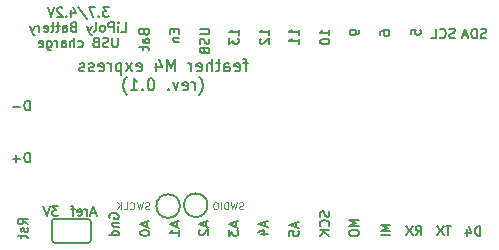
<source format=gbr>
%TF.GenerationSoftware,KiCad,Pcbnew,8.0.4-8.0.4-0~ubuntu22.04.1*%
%TF.CreationDate,2024-08-18T15:20:42-07:00*%
%TF.ProjectId,feather_M4_express,66656174-6865-4725-9f4d-345f65787072,rev?*%
%TF.SameCoordinates,Original*%
%TF.FileFunction,Legend,Bot*%
%TF.FilePolarity,Positive*%
%FSLAX46Y46*%
G04 Gerber Fmt 4.6, Leading zero omitted, Abs format (unit mm)*
G04 Created by KiCad (PCBNEW 8.0.4-8.0.4-0~ubuntu22.04.1) date 2024-08-18 15:20:42*
%MOMM*%
%LPD*%
G01*
G04 APERTURE LIST*
%ADD10C,0.170000*%
%ADD11C,0.120000*%
%ADD12C,0.150000*%
%ADD13C,0.203200*%
G04 APERTURE END LIST*
D10*
X233700283Y-145272822D02*
X233700283Y-145653775D01*
X233928855Y-145196632D02*
X233128855Y-145463299D01*
X233128855Y-145463299D02*
X233928855Y-145729965D01*
X233128855Y-146377584D02*
X233128855Y-145996632D01*
X233128855Y-145996632D02*
X233509807Y-145958536D01*
X233509807Y-145958536D02*
X233471712Y-145996632D01*
X233471712Y-145996632D02*
X233433617Y-146072822D01*
X233433617Y-146072822D02*
X233433617Y-146263298D01*
X233433617Y-146263298D02*
X233471712Y-146339489D01*
X233471712Y-146339489D02*
X233509807Y-146377584D01*
X233509807Y-146377584D02*
X233585998Y-146415679D01*
X233585998Y-146415679D02*
X233776474Y-146415679D01*
X233776474Y-146415679D02*
X233852664Y-146377584D01*
X233852664Y-146377584D02*
X233890760Y-146339489D01*
X233890760Y-146339489D02*
X233928855Y-146263298D01*
X233928855Y-146263298D02*
X233928855Y-146072822D01*
X233928855Y-146072822D02*
X233890760Y-145996632D01*
X233890760Y-145996632D02*
X233852664Y-145958536D01*
X216727977Y-144444683D02*
X216347024Y-144444683D01*
X216804167Y-144673255D02*
X216537500Y-143873255D01*
X216537500Y-143873255D02*
X216270834Y-144673255D01*
X216004167Y-144673255D02*
X216004167Y-144139921D01*
X216004167Y-144292302D02*
X215966072Y-144216112D01*
X215966072Y-144216112D02*
X215927977Y-144178017D01*
X215927977Y-144178017D02*
X215851786Y-144139921D01*
X215851786Y-144139921D02*
X215775596Y-144139921D01*
X215204167Y-144635160D02*
X215280358Y-144673255D01*
X215280358Y-144673255D02*
X215432739Y-144673255D01*
X215432739Y-144673255D02*
X215508929Y-144635160D01*
X215508929Y-144635160D02*
X215547025Y-144558969D01*
X215547025Y-144558969D02*
X215547025Y-144254207D01*
X215547025Y-144254207D02*
X215508929Y-144178017D01*
X215508929Y-144178017D02*
X215432739Y-144139921D01*
X215432739Y-144139921D02*
X215280358Y-144139921D01*
X215280358Y-144139921D02*
X215204167Y-144178017D01*
X215204167Y-144178017D02*
X215166072Y-144254207D01*
X215166072Y-144254207D02*
X215166072Y-144330398D01*
X215166072Y-144330398D02*
X215547025Y-144406588D01*
X214937501Y-144139921D02*
X214632739Y-144139921D01*
X214823215Y-144673255D02*
X214823215Y-143987540D01*
X214823215Y-143987540D02*
X214785120Y-143911350D01*
X214785120Y-143911350D02*
X214708930Y-143873255D01*
X214708930Y-143873255D02*
X214632739Y-143873255D01*
X213565672Y-143898655D02*
X213070434Y-143898655D01*
X213070434Y-143898655D02*
X213337100Y-144203417D01*
X213337100Y-144203417D02*
X213222815Y-144203417D01*
X213222815Y-144203417D02*
X213146624Y-144241512D01*
X213146624Y-144241512D02*
X213108529Y-144279607D01*
X213108529Y-144279607D02*
X213070434Y-144355798D01*
X213070434Y-144355798D02*
X213070434Y-144546274D01*
X213070434Y-144546274D02*
X213108529Y-144622464D01*
X213108529Y-144622464D02*
X213146624Y-144660560D01*
X213146624Y-144660560D02*
X213222815Y-144698655D01*
X213222815Y-144698655D02*
X213451386Y-144698655D01*
X213451386Y-144698655D02*
X213527577Y-144660560D01*
X213527577Y-144660560D02*
X213565672Y-144622464D01*
X212841862Y-143898655D02*
X212575195Y-144698655D01*
X212575195Y-144698655D02*
X212308529Y-143898655D01*
X236481560Y-144307622D02*
X236519655Y-144421908D01*
X236519655Y-144421908D02*
X236519655Y-144612384D01*
X236519655Y-144612384D02*
X236481560Y-144688575D01*
X236481560Y-144688575D02*
X236443464Y-144726670D01*
X236443464Y-144726670D02*
X236367274Y-144764765D01*
X236367274Y-144764765D02*
X236291083Y-144764765D01*
X236291083Y-144764765D02*
X236214893Y-144726670D01*
X236214893Y-144726670D02*
X236176798Y-144688575D01*
X236176798Y-144688575D02*
X236138702Y-144612384D01*
X236138702Y-144612384D02*
X236100607Y-144460003D01*
X236100607Y-144460003D02*
X236062512Y-144383813D01*
X236062512Y-144383813D02*
X236024417Y-144345718D01*
X236024417Y-144345718D02*
X235948226Y-144307622D01*
X235948226Y-144307622D02*
X235872036Y-144307622D01*
X235872036Y-144307622D02*
X235795845Y-144345718D01*
X235795845Y-144345718D02*
X235757750Y-144383813D01*
X235757750Y-144383813D02*
X235719655Y-144460003D01*
X235719655Y-144460003D02*
X235719655Y-144650480D01*
X235719655Y-144650480D02*
X235757750Y-144764765D01*
X236443464Y-145564766D02*
X236481560Y-145526670D01*
X236481560Y-145526670D02*
X236519655Y-145412385D01*
X236519655Y-145412385D02*
X236519655Y-145336194D01*
X236519655Y-145336194D02*
X236481560Y-145221908D01*
X236481560Y-145221908D02*
X236405369Y-145145718D01*
X236405369Y-145145718D02*
X236329179Y-145107623D01*
X236329179Y-145107623D02*
X236176798Y-145069527D01*
X236176798Y-145069527D02*
X236062512Y-145069527D01*
X236062512Y-145069527D02*
X235910131Y-145107623D01*
X235910131Y-145107623D02*
X235833940Y-145145718D01*
X235833940Y-145145718D02*
X235757750Y-145221908D01*
X235757750Y-145221908D02*
X235719655Y-145336194D01*
X235719655Y-145336194D02*
X235719655Y-145412385D01*
X235719655Y-145412385D02*
X235757750Y-145526670D01*
X235757750Y-145526670D02*
X235795845Y-145564766D01*
X236519655Y-145907623D02*
X235719655Y-145907623D01*
X236519655Y-146364766D02*
X236062512Y-146021908D01*
X235719655Y-146364766D02*
X236176798Y-145907623D01*
X246826967Y-145549655D02*
X246369824Y-145549655D01*
X246598396Y-146349655D02*
X246598396Y-145549655D01*
X246179348Y-145549655D02*
X245646014Y-146349655D01*
X245646014Y-145549655D02*
X246179348Y-146349655D01*
X217901550Y-144891765D02*
X217863455Y-144815575D01*
X217863455Y-144815575D02*
X217863455Y-144701289D01*
X217863455Y-144701289D02*
X217901550Y-144587003D01*
X217901550Y-144587003D02*
X217977740Y-144510813D01*
X217977740Y-144510813D02*
X218053931Y-144472718D01*
X218053931Y-144472718D02*
X218206312Y-144434622D01*
X218206312Y-144434622D02*
X218320598Y-144434622D01*
X218320598Y-144434622D02*
X218472979Y-144472718D01*
X218472979Y-144472718D02*
X218549169Y-144510813D01*
X218549169Y-144510813D02*
X218625360Y-144587003D01*
X218625360Y-144587003D02*
X218663455Y-144701289D01*
X218663455Y-144701289D02*
X218663455Y-144777480D01*
X218663455Y-144777480D02*
X218625360Y-144891765D01*
X218625360Y-144891765D02*
X218587264Y-144929861D01*
X218587264Y-144929861D02*
X218320598Y-144929861D01*
X218320598Y-144929861D02*
X218320598Y-144777480D01*
X218130121Y-145272718D02*
X218663455Y-145272718D01*
X218206312Y-145272718D02*
X218168217Y-145310813D01*
X218168217Y-145310813D02*
X218130121Y-145387003D01*
X218130121Y-145387003D02*
X218130121Y-145501289D01*
X218130121Y-145501289D02*
X218168217Y-145577480D01*
X218168217Y-145577480D02*
X218244407Y-145615575D01*
X218244407Y-145615575D02*
X218663455Y-145615575D01*
X218663455Y-146339385D02*
X217863455Y-146339385D01*
X218625360Y-146339385D02*
X218663455Y-146263194D01*
X218663455Y-146263194D02*
X218663455Y-146110813D01*
X218663455Y-146110813D02*
X218625360Y-146034623D01*
X218625360Y-146034623D02*
X218587264Y-145996528D01*
X218587264Y-145996528D02*
X218511074Y-145958432D01*
X218511074Y-145958432D02*
X218282502Y-145958432D01*
X218282502Y-145958432D02*
X218206312Y-145996528D01*
X218206312Y-145996528D02*
X218168217Y-146034623D01*
X218168217Y-146034623D02*
X218130121Y-146110813D01*
X218130121Y-146110813D02*
X218130121Y-146263194D01*
X218130121Y-146263194D02*
X218168217Y-146339385D01*
X225559655Y-128877118D02*
X226207274Y-128877118D01*
X226207274Y-128877118D02*
X226283464Y-128915213D01*
X226283464Y-128915213D02*
X226321560Y-128953308D01*
X226321560Y-128953308D02*
X226359655Y-129029499D01*
X226359655Y-129029499D02*
X226359655Y-129181880D01*
X226359655Y-129181880D02*
X226321560Y-129258070D01*
X226321560Y-129258070D02*
X226283464Y-129296165D01*
X226283464Y-129296165D02*
X226207274Y-129334261D01*
X226207274Y-129334261D02*
X225559655Y-129334261D01*
X226321560Y-129677117D02*
X226359655Y-129791403D01*
X226359655Y-129791403D02*
X226359655Y-129981879D01*
X226359655Y-129981879D02*
X226321560Y-130058070D01*
X226321560Y-130058070D02*
X226283464Y-130096165D01*
X226283464Y-130096165D02*
X226207274Y-130134260D01*
X226207274Y-130134260D02*
X226131083Y-130134260D01*
X226131083Y-130134260D02*
X226054893Y-130096165D01*
X226054893Y-130096165D02*
X226016798Y-130058070D01*
X226016798Y-130058070D02*
X225978702Y-129981879D01*
X225978702Y-129981879D02*
X225940607Y-129829498D01*
X225940607Y-129829498D02*
X225902512Y-129753308D01*
X225902512Y-129753308D02*
X225864417Y-129715213D01*
X225864417Y-129715213D02*
X225788226Y-129677117D01*
X225788226Y-129677117D02*
X225712036Y-129677117D01*
X225712036Y-129677117D02*
X225635845Y-129715213D01*
X225635845Y-129715213D02*
X225597750Y-129753308D01*
X225597750Y-129753308D02*
X225559655Y-129829498D01*
X225559655Y-129829498D02*
X225559655Y-130019975D01*
X225559655Y-130019975D02*
X225597750Y-130134260D01*
X225940607Y-130743784D02*
X225978702Y-130858070D01*
X225978702Y-130858070D02*
X226016798Y-130896165D01*
X226016798Y-130896165D02*
X226092988Y-130934261D01*
X226092988Y-130934261D02*
X226207274Y-130934261D01*
X226207274Y-130934261D02*
X226283464Y-130896165D01*
X226283464Y-130896165D02*
X226321560Y-130858070D01*
X226321560Y-130858070D02*
X226359655Y-130781880D01*
X226359655Y-130781880D02*
X226359655Y-130477118D01*
X226359655Y-130477118D02*
X225559655Y-130477118D01*
X225559655Y-130477118D02*
X225559655Y-130743784D01*
X225559655Y-130743784D02*
X225597750Y-130819975D01*
X225597750Y-130819975D02*
X225635845Y-130858070D01*
X225635845Y-130858070D02*
X225712036Y-130896165D01*
X225712036Y-130896165D02*
X225788226Y-130896165D01*
X225788226Y-130896165D02*
X225864417Y-130858070D01*
X225864417Y-130858070D02*
X225902512Y-130819975D01*
X225902512Y-130819975D02*
X225940607Y-130743784D01*
X225940607Y-130743784D02*
X225940607Y-130477118D01*
X220809807Y-129169184D02*
X220847902Y-129283470D01*
X220847902Y-129283470D02*
X220885998Y-129321565D01*
X220885998Y-129321565D02*
X220962188Y-129359661D01*
X220962188Y-129359661D02*
X221076474Y-129359661D01*
X221076474Y-129359661D02*
X221152664Y-129321565D01*
X221152664Y-129321565D02*
X221190760Y-129283470D01*
X221190760Y-129283470D02*
X221228855Y-129207280D01*
X221228855Y-129207280D02*
X221228855Y-128902518D01*
X221228855Y-128902518D02*
X220428855Y-128902518D01*
X220428855Y-128902518D02*
X220428855Y-129169184D01*
X220428855Y-129169184D02*
X220466950Y-129245375D01*
X220466950Y-129245375D02*
X220505045Y-129283470D01*
X220505045Y-129283470D02*
X220581236Y-129321565D01*
X220581236Y-129321565D02*
X220657426Y-129321565D01*
X220657426Y-129321565D02*
X220733617Y-129283470D01*
X220733617Y-129283470D02*
X220771712Y-129245375D01*
X220771712Y-129245375D02*
X220809807Y-129169184D01*
X220809807Y-129169184D02*
X220809807Y-128902518D01*
X221228855Y-130045375D02*
X220809807Y-130045375D01*
X220809807Y-130045375D02*
X220733617Y-130007280D01*
X220733617Y-130007280D02*
X220695521Y-129931089D01*
X220695521Y-129931089D02*
X220695521Y-129778708D01*
X220695521Y-129778708D02*
X220733617Y-129702518D01*
X221190760Y-130045375D02*
X221228855Y-129969184D01*
X221228855Y-129969184D02*
X221228855Y-129778708D01*
X221228855Y-129778708D02*
X221190760Y-129702518D01*
X221190760Y-129702518D02*
X221114569Y-129664422D01*
X221114569Y-129664422D02*
X221038379Y-129664422D01*
X221038379Y-129664422D02*
X220962188Y-129702518D01*
X220962188Y-129702518D02*
X220924093Y-129778708D01*
X220924093Y-129778708D02*
X220924093Y-129969184D01*
X220924093Y-129969184D02*
X220885998Y-130045375D01*
X220695521Y-130312042D02*
X220695521Y-130616804D01*
X220428855Y-130426328D02*
X221114569Y-130426328D01*
X221114569Y-130426328D02*
X221190760Y-130464423D01*
X221190760Y-130464423D02*
X221228855Y-130540613D01*
X221228855Y-130540613D02*
X221228855Y-130616804D01*
X228848855Y-129372365D02*
X228848855Y-128915222D01*
X228848855Y-129143794D02*
X228048855Y-129143794D01*
X228048855Y-129143794D02*
X228163140Y-129067603D01*
X228163140Y-129067603D02*
X228239331Y-128991413D01*
X228239331Y-128991413D02*
X228277426Y-128915222D01*
X228048855Y-129639032D02*
X228048855Y-130134270D01*
X228048855Y-130134270D02*
X228353617Y-129867604D01*
X228353617Y-129867604D02*
X228353617Y-129981889D01*
X228353617Y-129981889D02*
X228391712Y-130058080D01*
X228391712Y-130058080D02*
X228429807Y-130096175D01*
X228429807Y-130096175D02*
X228505998Y-130134270D01*
X228505998Y-130134270D02*
X228696474Y-130134270D01*
X228696474Y-130134270D02*
X228772664Y-130096175D01*
X228772664Y-130096175D02*
X228810760Y-130058080D01*
X228810760Y-130058080D02*
X228848855Y-129981889D01*
X228848855Y-129981889D02*
X228848855Y-129753318D01*
X228848855Y-129753318D02*
X228810760Y-129677127D01*
X228810760Y-129677127D02*
X228772664Y-129639032D01*
X223591083Y-145222022D02*
X223591083Y-145602975D01*
X223819655Y-145145832D02*
X223019655Y-145412499D01*
X223019655Y-145412499D02*
X223819655Y-145679165D01*
X223819655Y-146364879D02*
X223819655Y-145907736D01*
X223819655Y-146136308D02*
X223019655Y-146136308D01*
X223019655Y-146136308D02*
X223133940Y-146060117D01*
X223133940Y-146060117D02*
X223210131Y-145983927D01*
X223210131Y-145983927D02*
X223248226Y-145907736D01*
X231058683Y-145171222D02*
X231058683Y-145552175D01*
X231287255Y-145095032D02*
X230487255Y-145361699D01*
X230487255Y-145361699D02*
X231287255Y-145628365D01*
X230753921Y-146237889D02*
X231287255Y-146237889D01*
X230449160Y-146047413D02*
X231020588Y-145856936D01*
X231020588Y-145856936D02*
X231020588Y-146352175D01*
D11*
X229219567Y-144112960D02*
X229133853Y-144141531D01*
X229133853Y-144141531D02*
X228990995Y-144141531D01*
X228990995Y-144141531D02*
X228933853Y-144112960D01*
X228933853Y-144112960D02*
X228905281Y-144084388D01*
X228905281Y-144084388D02*
X228876710Y-144027245D01*
X228876710Y-144027245D02*
X228876710Y-143970102D01*
X228876710Y-143970102D02*
X228905281Y-143912960D01*
X228905281Y-143912960D02*
X228933853Y-143884388D01*
X228933853Y-143884388D02*
X228990995Y-143855817D01*
X228990995Y-143855817D02*
X229105281Y-143827245D01*
X229105281Y-143827245D02*
X229162424Y-143798674D01*
X229162424Y-143798674D02*
X229190995Y-143770102D01*
X229190995Y-143770102D02*
X229219567Y-143712960D01*
X229219567Y-143712960D02*
X229219567Y-143655817D01*
X229219567Y-143655817D02*
X229190995Y-143598674D01*
X229190995Y-143598674D02*
X229162424Y-143570102D01*
X229162424Y-143570102D02*
X229105281Y-143541531D01*
X229105281Y-143541531D02*
X228962424Y-143541531D01*
X228962424Y-143541531D02*
X228876710Y-143570102D01*
X228676709Y-143541531D02*
X228533852Y-144141531D01*
X228533852Y-144141531D02*
X228419566Y-143712960D01*
X228419566Y-143712960D02*
X228305281Y-144141531D01*
X228305281Y-144141531D02*
X228162424Y-143541531D01*
X227933852Y-144141531D02*
X227933852Y-143541531D01*
X227933852Y-143541531D02*
X227790995Y-143541531D01*
X227790995Y-143541531D02*
X227705281Y-143570102D01*
X227705281Y-143570102D02*
X227648138Y-143627245D01*
X227648138Y-143627245D02*
X227619567Y-143684388D01*
X227619567Y-143684388D02*
X227590995Y-143798674D01*
X227590995Y-143798674D02*
X227590995Y-143884388D01*
X227590995Y-143884388D02*
X227619567Y-143998674D01*
X227619567Y-143998674D02*
X227648138Y-144055817D01*
X227648138Y-144055817D02*
X227705281Y-144112960D01*
X227705281Y-144112960D02*
X227790995Y-144141531D01*
X227790995Y-144141531D02*
X227933852Y-144141531D01*
X227333852Y-144141531D02*
X227333852Y-143541531D01*
X226933853Y-143541531D02*
X226819567Y-143541531D01*
X226819567Y-143541531D02*
X226762424Y-143570102D01*
X226762424Y-143570102D02*
X226705281Y-143627245D01*
X226705281Y-143627245D02*
X226676710Y-143741531D01*
X226676710Y-143741531D02*
X226676710Y-143941531D01*
X226676710Y-143941531D02*
X226705281Y-144055817D01*
X226705281Y-144055817D02*
X226762424Y-144112960D01*
X226762424Y-144112960D02*
X226819567Y-144141531D01*
X226819567Y-144141531D02*
X226933853Y-144141531D01*
X226933853Y-144141531D02*
X226990996Y-144112960D01*
X226990996Y-144112960D02*
X227048138Y-144055817D01*
X227048138Y-144055817D02*
X227076710Y-143941531D01*
X227076710Y-143941531D02*
X227076710Y-143741531D01*
X227076710Y-143741531D02*
X227048138Y-143627245D01*
X227048138Y-143627245D02*
X226990996Y-143570102D01*
X226990996Y-143570102D02*
X226933853Y-143541531D01*
D10*
X231414255Y-129372365D02*
X231414255Y-128915222D01*
X231414255Y-129143794D02*
X230614255Y-129143794D01*
X230614255Y-129143794D02*
X230728540Y-129067603D01*
X230728540Y-129067603D02*
X230804731Y-128991413D01*
X230804731Y-128991413D02*
X230842826Y-128915222D01*
X230690445Y-129677127D02*
X230652350Y-129715223D01*
X230652350Y-129715223D02*
X230614255Y-129791413D01*
X230614255Y-129791413D02*
X230614255Y-129981889D01*
X230614255Y-129981889D02*
X230652350Y-130058080D01*
X230652350Y-130058080D02*
X230690445Y-130096175D01*
X230690445Y-130096175D02*
X230766636Y-130134270D01*
X230766636Y-130134270D02*
X230842826Y-130134270D01*
X230842826Y-130134270D02*
X230957112Y-130096175D01*
X230957112Y-130096175D02*
X231414255Y-129639032D01*
X231414255Y-129639032D02*
X231414255Y-130134270D01*
X233903455Y-129372365D02*
X233903455Y-128915222D01*
X233903455Y-129143794D02*
X233103455Y-129143794D01*
X233103455Y-129143794D02*
X233217740Y-129067603D01*
X233217740Y-129067603D02*
X233293931Y-128991413D01*
X233293931Y-128991413D02*
X233332026Y-128915222D01*
X233903455Y-130134270D02*
X233903455Y-129677127D01*
X233903455Y-129905699D02*
X233103455Y-129905699D01*
X233103455Y-129905699D02*
X233217740Y-129829508D01*
X233217740Y-129829508D02*
X233293931Y-129753318D01*
X233293931Y-129753318D02*
X233332026Y-129677127D01*
X223400607Y-128877118D02*
X223400607Y-129143784D01*
X223819655Y-129258070D02*
X223819655Y-128877118D01*
X223819655Y-128877118D02*
X223019655Y-128877118D01*
X223019655Y-128877118D02*
X223019655Y-129258070D01*
X223286321Y-129600928D02*
X223819655Y-129600928D01*
X223362512Y-129600928D02*
X223324417Y-129639023D01*
X223324417Y-129639023D02*
X223286321Y-129715213D01*
X223286321Y-129715213D02*
X223286321Y-129829499D01*
X223286321Y-129829499D02*
X223324417Y-129905690D01*
X223324417Y-129905690D02*
X223400607Y-129943785D01*
X223400607Y-129943785D02*
X223819655Y-129943785D01*
X228569483Y-145222022D02*
X228569483Y-145602975D01*
X228798055Y-145145832D02*
X227998055Y-145412499D01*
X227998055Y-145412499D02*
X228798055Y-145679165D01*
X227998055Y-145869641D02*
X227998055Y-146364879D01*
X227998055Y-146364879D02*
X228302817Y-146098213D01*
X228302817Y-146098213D02*
X228302817Y-146212498D01*
X228302817Y-146212498D02*
X228340912Y-146288689D01*
X228340912Y-146288689D02*
X228379007Y-146326784D01*
X228379007Y-146326784D02*
X228455198Y-146364879D01*
X228455198Y-146364879D02*
X228645674Y-146364879D01*
X228645674Y-146364879D02*
X228721864Y-146326784D01*
X228721864Y-146326784D02*
X228759960Y-146288689D01*
X228759960Y-146288689D02*
X228798055Y-146212498D01*
X228798055Y-146212498D02*
X228798055Y-145983927D01*
X228798055Y-145983927D02*
X228759960Y-145907736D01*
X228759960Y-145907736D02*
X228721864Y-145869641D01*
X243441255Y-129334270D02*
X243441255Y-128953318D01*
X243441255Y-128953318D02*
X243822207Y-128915222D01*
X243822207Y-128915222D02*
X243784112Y-128953318D01*
X243784112Y-128953318D02*
X243746017Y-129029508D01*
X243746017Y-129029508D02*
X243746017Y-129219984D01*
X243746017Y-129219984D02*
X243784112Y-129296175D01*
X243784112Y-129296175D02*
X243822207Y-129334270D01*
X243822207Y-129334270D02*
X243898398Y-129372365D01*
X243898398Y-129372365D02*
X244088874Y-129372365D01*
X244088874Y-129372365D02*
X244165064Y-129334270D01*
X244165064Y-129334270D02*
X244203160Y-129296175D01*
X244203160Y-129296175D02*
X244241255Y-129219984D01*
X244241255Y-129219984D02*
X244241255Y-129029508D01*
X244241255Y-129029508D02*
X244203160Y-128953318D01*
X244203160Y-128953318D02*
X244165064Y-128915222D01*
X221051083Y-145222022D02*
X221051083Y-145602975D01*
X221279655Y-145145832D02*
X220479655Y-145412499D01*
X220479655Y-145412499D02*
X221279655Y-145679165D01*
X220479655Y-146098213D02*
X220479655Y-146174403D01*
X220479655Y-146174403D02*
X220517750Y-146250594D01*
X220517750Y-146250594D02*
X220555845Y-146288689D01*
X220555845Y-146288689D02*
X220632036Y-146326784D01*
X220632036Y-146326784D02*
X220784417Y-146364879D01*
X220784417Y-146364879D02*
X220974893Y-146364879D01*
X220974893Y-146364879D02*
X221127274Y-146326784D01*
X221127274Y-146326784D02*
X221203464Y-146288689D01*
X221203464Y-146288689D02*
X221241560Y-146250594D01*
X221241560Y-146250594D02*
X221279655Y-146174403D01*
X221279655Y-146174403D02*
X221279655Y-146098213D01*
X221279655Y-146098213D02*
X221241560Y-146022022D01*
X221241560Y-146022022D02*
X221203464Y-145983927D01*
X221203464Y-145983927D02*
X221127274Y-145945832D01*
X221127274Y-145945832D02*
X220974893Y-145907736D01*
X220974893Y-145907736D02*
X220784417Y-145907736D01*
X220784417Y-145907736D02*
X220632036Y-145945832D01*
X220632036Y-145945832D02*
X220555845Y-145983927D01*
X220555845Y-145983927D02*
X220517750Y-146022022D01*
X220517750Y-146022022D02*
X220479655Y-146098213D01*
X217817380Y-127022545D02*
X217322142Y-127022545D01*
X217322142Y-127022545D02*
X217588808Y-127327307D01*
X217588808Y-127327307D02*
X217474523Y-127327307D01*
X217474523Y-127327307D02*
X217398332Y-127365402D01*
X217398332Y-127365402D02*
X217360237Y-127403497D01*
X217360237Y-127403497D02*
X217322142Y-127479688D01*
X217322142Y-127479688D02*
X217322142Y-127670164D01*
X217322142Y-127670164D02*
X217360237Y-127746354D01*
X217360237Y-127746354D02*
X217398332Y-127784450D01*
X217398332Y-127784450D02*
X217474523Y-127822545D01*
X217474523Y-127822545D02*
X217703094Y-127822545D01*
X217703094Y-127822545D02*
X217779285Y-127784450D01*
X217779285Y-127784450D02*
X217817380Y-127746354D01*
X216979284Y-127746354D02*
X216941189Y-127784450D01*
X216941189Y-127784450D02*
X216979284Y-127822545D01*
X216979284Y-127822545D02*
X217017380Y-127784450D01*
X217017380Y-127784450D02*
X216979284Y-127746354D01*
X216979284Y-127746354D02*
X216979284Y-127822545D01*
X216674523Y-127022545D02*
X216141189Y-127022545D01*
X216141189Y-127022545D02*
X216484047Y-127822545D01*
X215264999Y-126984450D02*
X215950713Y-128013021D01*
X214655475Y-127289211D02*
X214655475Y-127822545D01*
X214845951Y-126984450D02*
X215036428Y-127555878D01*
X215036428Y-127555878D02*
X214541189Y-127555878D01*
X214236427Y-127746354D02*
X214198332Y-127784450D01*
X214198332Y-127784450D02*
X214236427Y-127822545D01*
X214236427Y-127822545D02*
X214274523Y-127784450D01*
X214274523Y-127784450D02*
X214236427Y-127746354D01*
X214236427Y-127746354D02*
X214236427Y-127822545D01*
X213893571Y-127098735D02*
X213855475Y-127060640D01*
X213855475Y-127060640D02*
X213779285Y-127022545D01*
X213779285Y-127022545D02*
X213588809Y-127022545D01*
X213588809Y-127022545D02*
X213512618Y-127060640D01*
X213512618Y-127060640D02*
X213474523Y-127098735D01*
X213474523Y-127098735D02*
X213436428Y-127174926D01*
X213436428Y-127174926D02*
X213436428Y-127251116D01*
X213436428Y-127251116D02*
X213474523Y-127365402D01*
X213474523Y-127365402D02*
X213931666Y-127822545D01*
X213931666Y-127822545D02*
X213436428Y-127822545D01*
X213207856Y-127022545D02*
X212941189Y-127822545D01*
X212941189Y-127822545D02*
X212674523Y-127022545D01*
X218903095Y-129110500D02*
X219284047Y-129110500D01*
X219284047Y-129110500D02*
X219284047Y-128310500D01*
X218636428Y-129110500D02*
X218636428Y-128577166D01*
X218636428Y-128310500D02*
X218674524Y-128348595D01*
X218674524Y-128348595D02*
X218636428Y-128386690D01*
X218636428Y-128386690D02*
X218598333Y-128348595D01*
X218598333Y-128348595D02*
X218636428Y-128310500D01*
X218636428Y-128310500D02*
X218636428Y-128386690D01*
X218255476Y-129110500D02*
X218255476Y-128310500D01*
X218255476Y-128310500D02*
X217950714Y-128310500D01*
X217950714Y-128310500D02*
X217874524Y-128348595D01*
X217874524Y-128348595D02*
X217836429Y-128386690D01*
X217836429Y-128386690D02*
X217798333Y-128462881D01*
X217798333Y-128462881D02*
X217798333Y-128577166D01*
X217798333Y-128577166D02*
X217836429Y-128653357D01*
X217836429Y-128653357D02*
X217874524Y-128691452D01*
X217874524Y-128691452D02*
X217950714Y-128729547D01*
X217950714Y-128729547D02*
X218255476Y-128729547D01*
X217341191Y-129110500D02*
X217417381Y-129072405D01*
X217417381Y-129072405D02*
X217455476Y-129034309D01*
X217455476Y-129034309D02*
X217493572Y-128958119D01*
X217493572Y-128958119D02*
X217493572Y-128729547D01*
X217493572Y-128729547D02*
X217455476Y-128653357D01*
X217455476Y-128653357D02*
X217417381Y-128615262D01*
X217417381Y-128615262D02*
X217341191Y-128577166D01*
X217341191Y-128577166D02*
X217226905Y-128577166D01*
X217226905Y-128577166D02*
X217150714Y-128615262D01*
X217150714Y-128615262D02*
X217112619Y-128653357D01*
X217112619Y-128653357D02*
X217074524Y-128729547D01*
X217074524Y-128729547D02*
X217074524Y-128958119D01*
X217074524Y-128958119D02*
X217112619Y-129034309D01*
X217112619Y-129034309D02*
X217150714Y-129072405D01*
X217150714Y-129072405D02*
X217226905Y-129110500D01*
X217226905Y-129110500D02*
X217341191Y-129110500D01*
X216617381Y-129110500D02*
X216693571Y-129072405D01*
X216693571Y-129072405D02*
X216731666Y-128996214D01*
X216731666Y-128996214D02*
X216731666Y-128310500D01*
X216388809Y-128577166D02*
X216198333Y-129110500D01*
X216007856Y-128577166D02*
X216198333Y-129110500D01*
X216198333Y-129110500D02*
X216274523Y-129300976D01*
X216274523Y-129300976D02*
X216312618Y-129339071D01*
X216312618Y-129339071D02*
X216388809Y-129377166D01*
X214826904Y-128691452D02*
X214712618Y-128729547D01*
X214712618Y-128729547D02*
X214674523Y-128767643D01*
X214674523Y-128767643D02*
X214636427Y-128843833D01*
X214636427Y-128843833D02*
X214636427Y-128958119D01*
X214636427Y-128958119D02*
X214674523Y-129034309D01*
X214674523Y-129034309D02*
X214712618Y-129072405D01*
X214712618Y-129072405D02*
X214788808Y-129110500D01*
X214788808Y-129110500D02*
X215093570Y-129110500D01*
X215093570Y-129110500D02*
X215093570Y-128310500D01*
X215093570Y-128310500D02*
X214826904Y-128310500D01*
X214826904Y-128310500D02*
X214750713Y-128348595D01*
X214750713Y-128348595D02*
X214712618Y-128386690D01*
X214712618Y-128386690D02*
X214674523Y-128462881D01*
X214674523Y-128462881D02*
X214674523Y-128539071D01*
X214674523Y-128539071D02*
X214712618Y-128615262D01*
X214712618Y-128615262D02*
X214750713Y-128653357D01*
X214750713Y-128653357D02*
X214826904Y-128691452D01*
X214826904Y-128691452D02*
X215093570Y-128691452D01*
X213950713Y-129110500D02*
X213950713Y-128691452D01*
X213950713Y-128691452D02*
X213988808Y-128615262D01*
X213988808Y-128615262D02*
X214064999Y-128577166D01*
X214064999Y-128577166D02*
X214217380Y-128577166D01*
X214217380Y-128577166D02*
X214293570Y-128615262D01*
X213950713Y-129072405D02*
X214026904Y-129110500D01*
X214026904Y-129110500D02*
X214217380Y-129110500D01*
X214217380Y-129110500D02*
X214293570Y-129072405D01*
X214293570Y-129072405D02*
X214331666Y-128996214D01*
X214331666Y-128996214D02*
X214331666Y-128920024D01*
X214331666Y-128920024D02*
X214293570Y-128843833D01*
X214293570Y-128843833D02*
X214217380Y-128805738D01*
X214217380Y-128805738D02*
X214026904Y-128805738D01*
X214026904Y-128805738D02*
X213950713Y-128767643D01*
X213684046Y-128577166D02*
X213379284Y-128577166D01*
X213569760Y-128310500D02*
X213569760Y-128996214D01*
X213569760Y-128996214D02*
X213531665Y-129072405D01*
X213531665Y-129072405D02*
X213455475Y-129110500D01*
X213455475Y-129110500D02*
X213379284Y-129110500D01*
X213226903Y-128577166D02*
X212922141Y-128577166D01*
X213112617Y-128310500D02*
X213112617Y-128996214D01*
X213112617Y-128996214D02*
X213074522Y-129072405D01*
X213074522Y-129072405D02*
X212998332Y-129110500D01*
X212998332Y-129110500D02*
X212922141Y-129110500D01*
X212350712Y-129072405D02*
X212426903Y-129110500D01*
X212426903Y-129110500D02*
X212579284Y-129110500D01*
X212579284Y-129110500D02*
X212655474Y-129072405D01*
X212655474Y-129072405D02*
X212693570Y-128996214D01*
X212693570Y-128996214D02*
X212693570Y-128691452D01*
X212693570Y-128691452D02*
X212655474Y-128615262D01*
X212655474Y-128615262D02*
X212579284Y-128577166D01*
X212579284Y-128577166D02*
X212426903Y-128577166D01*
X212426903Y-128577166D02*
X212350712Y-128615262D01*
X212350712Y-128615262D02*
X212312617Y-128691452D01*
X212312617Y-128691452D02*
X212312617Y-128767643D01*
X212312617Y-128767643D02*
X212693570Y-128843833D01*
X211969760Y-129110500D02*
X211969760Y-128577166D01*
X211969760Y-128729547D02*
X211931665Y-128653357D01*
X211931665Y-128653357D02*
X211893570Y-128615262D01*
X211893570Y-128615262D02*
X211817379Y-128577166D01*
X211817379Y-128577166D02*
X211741189Y-128577166D01*
X211550713Y-128577166D02*
X211360237Y-129110500D01*
X211169760Y-128577166D02*
X211360237Y-129110500D01*
X211360237Y-129110500D02*
X211436427Y-129300976D01*
X211436427Y-129300976D02*
X211474522Y-129339071D01*
X211474522Y-129339071D02*
X211550713Y-129377166D01*
X218598333Y-129598455D02*
X218598333Y-130246074D01*
X218598333Y-130246074D02*
X218560238Y-130322264D01*
X218560238Y-130322264D02*
X218522143Y-130360360D01*
X218522143Y-130360360D02*
X218445952Y-130398455D01*
X218445952Y-130398455D02*
X218293571Y-130398455D01*
X218293571Y-130398455D02*
X218217381Y-130360360D01*
X218217381Y-130360360D02*
X218179286Y-130322264D01*
X218179286Y-130322264D02*
X218141190Y-130246074D01*
X218141190Y-130246074D02*
X218141190Y-129598455D01*
X217798334Y-130360360D02*
X217684048Y-130398455D01*
X217684048Y-130398455D02*
X217493572Y-130398455D01*
X217493572Y-130398455D02*
X217417381Y-130360360D01*
X217417381Y-130360360D02*
X217379286Y-130322264D01*
X217379286Y-130322264D02*
X217341191Y-130246074D01*
X217341191Y-130246074D02*
X217341191Y-130169883D01*
X217341191Y-130169883D02*
X217379286Y-130093693D01*
X217379286Y-130093693D02*
X217417381Y-130055598D01*
X217417381Y-130055598D02*
X217493572Y-130017502D01*
X217493572Y-130017502D02*
X217645953Y-129979407D01*
X217645953Y-129979407D02*
X217722143Y-129941312D01*
X217722143Y-129941312D02*
X217760238Y-129903217D01*
X217760238Y-129903217D02*
X217798334Y-129827026D01*
X217798334Y-129827026D02*
X217798334Y-129750836D01*
X217798334Y-129750836D02*
X217760238Y-129674645D01*
X217760238Y-129674645D02*
X217722143Y-129636550D01*
X217722143Y-129636550D02*
X217645953Y-129598455D01*
X217645953Y-129598455D02*
X217455476Y-129598455D01*
X217455476Y-129598455D02*
X217341191Y-129636550D01*
X216731667Y-129979407D02*
X216617381Y-130017502D01*
X216617381Y-130017502D02*
X216579286Y-130055598D01*
X216579286Y-130055598D02*
X216541190Y-130131788D01*
X216541190Y-130131788D02*
X216541190Y-130246074D01*
X216541190Y-130246074D02*
X216579286Y-130322264D01*
X216579286Y-130322264D02*
X216617381Y-130360360D01*
X216617381Y-130360360D02*
X216693571Y-130398455D01*
X216693571Y-130398455D02*
X216998333Y-130398455D01*
X216998333Y-130398455D02*
X216998333Y-129598455D01*
X216998333Y-129598455D02*
X216731667Y-129598455D01*
X216731667Y-129598455D02*
X216655476Y-129636550D01*
X216655476Y-129636550D02*
X216617381Y-129674645D01*
X216617381Y-129674645D02*
X216579286Y-129750836D01*
X216579286Y-129750836D02*
X216579286Y-129827026D01*
X216579286Y-129827026D02*
X216617381Y-129903217D01*
X216617381Y-129903217D02*
X216655476Y-129941312D01*
X216655476Y-129941312D02*
X216731667Y-129979407D01*
X216731667Y-129979407D02*
X216998333Y-129979407D01*
X215245952Y-130360360D02*
X215322143Y-130398455D01*
X215322143Y-130398455D02*
X215474524Y-130398455D01*
X215474524Y-130398455D02*
X215550714Y-130360360D01*
X215550714Y-130360360D02*
X215588809Y-130322264D01*
X215588809Y-130322264D02*
X215626905Y-130246074D01*
X215626905Y-130246074D02*
X215626905Y-130017502D01*
X215626905Y-130017502D02*
X215588809Y-129941312D01*
X215588809Y-129941312D02*
X215550714Y-129903217D01*
X215550714Y-129903217D02*
X215474524Y-129865121D01*
X215474524Y-129865121D02*
X215322143Y-129865121D01*
X215322143Y-129865121D02*
X215245952Y-129903217D01*
X214903095Y-130398455D02*
X214903095Y-129598455D01*
X214560238Y-130398455D02*
X214560238Y-129979407D01*
X214560238Y-129979407D02*
X214598333Y-129903217D01*
X214598333Y-129903217D02*
X214674524Y-129865121D01*
X214674524Y-129865121D02*
X214788810Y-129865121D01*
X214788810Y-129865121D02*
X214865000Y-129903217D01*
X214865000Y-129903217D02*
X214903095Y-129941312D01*
X213836428Y-130398455D02*
X213836428Y-129979407D01*
X213836428Y-129979407D02*
X213874523Y-129903217D01*
X213874523Y-129903217D02*
X213950714Y-129865121D01*
X213950714Y-129865121D02*
X214103095Y-129865121D01*
X214103095Y-129865121D02*
X214179285Y-129903217D01*
X213836428Y-130360360D02*
X213912619Y-130398455D01*
X213912619Y-130398455D02*
X214103095Y-130398455D01*
X214103095Y-130398455D02*
X214179285Y-130360360D01*
X214179285Y-130360360D02*
X214217381Y-130284169D01*
X214217381Y-130284169D02*
X214217381Y-130207979D01*
X214217381Y-130207979D02*
X214179285Y-130131788D01*
X214179285Y-130131788D02*
X214103095Y-130093693D01*
X214103095Y-130093693D02*
X213912619Y-130093693D01*
X213912619Y-130093693D02*
X213836428Y-130055598D01*
X213455475Y-130398455D02*
X213455475Y-129865121D01*
X213455475Y-130017502D02*
X213417380Y-129941312D01*
X213417380Y-129941312D02*
X213379285Y-129903217D01*
X213379285Y-129903217D02*
X213303094Y-129865121D01*
X213303094Y-129865121D02*
X213226904Y-129865121D01*
X212617380Y-129865121D02*
X212617380Y-130512740D01*
X212617380Y-130512740D02*
X212655475Y-130588931D01*
X212655475Y-130588931D02*
X212693571Y-130627026D01*
X212693571Y-130627026D02*
X212769761Y-130665121D01*
X212769761Y-130665121D02*
X212884047Y-130665121D01*
X212884047Y-130665121D02*
X212960237Y-130627026D01*
X212617380Y-130360360D02*
X212693571Y-130398455D01*
X212693571Y-130398455D02*
X212845952Y-130398455D01*
X212845952Y-130398455D02*
X212922142Y-130360360D01*
X212922142Y-130360360D02*
X212960237Y-130322264D01*
X212960237Y-130322264D02*
X212998333Y-130246074D01*
X212998333Y-130246074D02*
X212998333Y-130017502D01*
X212998333Y-130017502D02*
X212960237Y-129941312D01*
X212960237Y-129941312D02*
X212922142Y-129903217D01*
X212922142Y-129903217D02*
X212845952Y-129865121D01*
X212845952Y-129865121D02*
X212693571Y-129865121D01*
X212693571Y-129865121D02*
X212617380Y-129903217D01*
X211931665Y-130360360D02*
X212007856Y-130398455D01*
X212007856Y-130398455D02*
X212160237Y-130398455D01*
X212160237Y-130398455D02*
X212236427Y-130360360D01*
X212236427Y-130360360D02*
X212274523Y-130284169D01*
X212274523Y-130284169D02*
X212274523Y-129979407D01*
X212274523Y-129979407D02*
X212236427Y-129903217D01*
X212236427Y-129903217D02*
X212160237Y-129865121D01*
X212160237Y-129865121D02*
X212007856Y-129865121D01*
X212007856Y-129865121D02*
X211931665Y-129903217D01*
X211931665Y-129903217D02*
X211893570Y-129979407D01*
X211893570Y-129979407D02*
X211893570Y-130055598D01*
X211893570Y-130055598D02*
X212274523Y-130131788D01*
X240799655Y-129346975D02*
X240799655Y-129194594D01*
X240799655Y-129194594D02*
X240837750Y-129118403D01*
X240837750Y-129118403D02*
X240875845Y-129080308D01*
X240875845Y-129080308D02*
X240990131Y-129004118D01*
X240990131Y-129004118D02*
X241142512Y-128966022D01*
X241142512Y-128966022D02*
X241447274Y-128966022D01*
X241447274Y-128966022D02*
X241523464Y-129004118D01*
X241523464Y-129004118D02*
X241561560Y-129042213D01*
X241561560Y-129042213D02*
X241599655Y-129118403D01*
X241599655Y-129118403D02*
X241599655Y-129270784D01*
X241599655Y-129270784D02*
X241561560Y-129346975D01*
X241561560Y-129346975D02*
X241523464Y-129385070D01*
X241523464Y-129385070D02*
X241447274Y-129423165D01*
X241447274Y-129423165D02*
X241256798Y-129423165D01*
X241256798Y-129423165D02*
X241180607Y-129385070D01*
X241180607Y-129385070D02*
X241142512Y-129346975D01*
X241142512Y-129346975D02*
X241104417Y-129270784D01*
X241104417Y-129270784D02*
X241104417Y-129118403D01*
X241104417Y-129118403D02*
X241142512Y-129042213D01*
X241142512Y-129042213D02*
X241180607Y-129004118D01*
X241180607Y-129004118D02*
X241256798Y-128966022D01*
X236519655Y-129397765D02*
X236519655Y-128940622D01*
X236519655Y-129169194D02*
X235719655Y-129169194D01*
X235719655Y-129169194D02*
X235833940Y-129093003D01*
X235833940Y-129093003D02*
X235910131Y-129016813D01*
X235910131Y-129016813D02*
X235948226Y-128940622D01*
X235719655Y-129893004D02*
X235719655Y-129969194D01*
X235719655Y-129969194D02*
X235757750Y-130045385D01*
X235757750Y-130045385D02*
X235795845Y-130083480D01*
X235795845Y-130083480D02*
X235872036Y-130121575D01*
X235872036Y-130121575D02*
X236024417Y-130159670D01*
X236024417Y-130159670D02*
X236214893Y-130159670D01*
X236214893Y-130159670D02*
X236367274Y-130121575D01*
X236367274Y-130121575D02*
X236443464Y-130083480D01*
X236443464Y-130083480D02*
X236481560Y-130045385D01*
X236481560Y-130045385D02*
X236519655Y-129969194D01*
X236519655Y-129969194D02*
X236519655Y-129893004D01*
X236519655Y-129893004D02*
X236481560Y-129816813D01*
X236481560Y-129816813D02*
X236443464Y-129778718D01*
X236443464Y-129778718D02*
X236367274Y-129740623D01*
X236367274Y-129740623D02*
X236214893Y-129702527D01*
X236214893Y-129702527D02*
X236024417Y-129702527D01*
X236024417Y-129702527D02*
X235872036Y-129740623D01*
X235872036Y-129740623D02*
X235795845Y-129778718D01*
X235795845Y-129778718D02*
X235757750Y-129816813D01*
X235757750Y-129816813D02*
X235719655Y-129893004D01*
X226029483Y-145196622D02*
X226029483Y-145577575D01*
X226258055Y-145120432D02*
X225458055Y-145387099D01*
X225458055Y-145387099D02*
X226258055Y-145653765D01*
X225534245Y-145882336D02*
X225496150Y-145920432D01*
X225496150Y-145920432D02*
X225458055Y-145996622D01*
X225458055Y-145996622D02*
X225458055Y-146187098D01*
X225458055Y-146187098D02*
X225496150Y-146263289D01*
X225496150Y-146263289D02*
X225534245Y-146301384D01*
X225534245Y-146301384D02*
X225610436Y-146339479D01*
X225610436Y-146339479D02*
X225686626Y-146339479D01*
X225686626Y-146339479D02*
X225800912Y-146301384D01*
X225800912Y-146301384D02*
X226258055Y-145844241D01*
X226258055Y-145844241D02*
X226258055Y-146339479D01*
X239008855Y-145006118D02*
X238208855Y-145006118D01*
X238208855Y-145006118D02*
X238780283Y-145272784D01*
X238780283Y-145272784D02*
X238208855Y-145539451D01*
X238208855Y-145539451D02*
X239008855Y-145539451D01*
X238208855Y-146072785D02*
X238208855Y-146225166D01*
X238208855Y-146225166D02*
X238246950Y-146301356D01*
X238246950Y-146301356D02*
X238323140Y-146377547D01*
X238323140Y-146377547D02*
X238475521Y-146415642D01*
X238475521Y-146415642D02*
X238742188Y-146415642D01*
X238742188Y-146415642D02*
X238894569Y-146377547D01*
X238894569Y-146377547D02*
X238970760Y-146301356D01*
X238970760Y-146301356D02*
X239008855Y-146225166D01*
X239008855Y-146225166D02*
X239008855Y-146072785D01*
X239008855Y-146072785D02*
X238970760Y-145996594D01*
X238970760Y-145996594D02*
X238894569Y-145920404D01*
X238894569Y-145920404D02*
X238742188Y-145882308D01*
X238742188Y-145882308D02*
X238475521Y-145882308D01*
X238475521Y-145882308D02*
X238323140Y-145920404D01*
X238323140Y-145920404D02*
X238246950Y-145996594D01*
X238246950Y-145996594D02*
X238208855Y-146072785D01*
D11*
X221269367Y-144112960D02*
X221183653Y-144141531D01*
X221183653Y-144141531D02*
X221040795Y-144141531D01*
X221040795Y-144141531D02*
X220983653Y-144112960D01*
X220983653Y-144112960D02*
X220955081Y-144084388D01*
X220955081Y-144084388D02*
X220926510Y-144027245D01*
X220926510Y-144027245D02*
X220926510Y-143970102D01*
X220926510Y-143970102D02*
X220955081Y-143912960D01*
X220955081Y-143912960D02*
X220983653Y-143884388D01*
X220983653Y-143884388D02*
X221040795Y-143855817D01*
X221040795Y-143855817D02*
X221155081Y-143827245D01*
X221155081Y-143827245D02*
X221212224Y-143798674D01*
X221212224Y-143798674D02*
X221240795Y-143770102D01*
X221240795Y-143770102D02*
X221269367Y-143712960D01*
X221269367Y-143712960D02*
X221269367Y-143655817D01*
X221269367Y-143655817D02*
X221240795Y-143598674D01*
X221240795Y-143598674D02*
X221212224Y-143570102D01*
X221212224Y-143570102D02*
X221155081Y-143541531D01*
X221155081Y-143541531D02*
X221012224Y-143541531D01*
X221012224Y-143541531D02*
X220926510Y-143570102D01*
X220726509Y-143541531D02*
X220583652Y-144141531D01*
X220583652Y-144141531D02*
X220469366Y-143712960D01*
X220469366Y-143712960D02*
X220355081Y-144141531D01*
X220355081Y-144141531D02*
X220212224Y-143541531D01*
X219640795Y-144084388D02*
X219669367Y-144112960D01*
X219669367Y-144112960D02*
X219755081Y-144141531D01*
X219755081Y-144141531D02*
X219812224Y-144141531D01*
X219812224Y-144141531D02*
X219897938Y-144112960D01*
X219897938Y-144112960D02*
X219955081Y-144055817D01*
X219955081Y-144055817D02*
X219983652Y-143998674D01*
X219983652Y-143998674D02*
X220012224Y-143884388D01*
X220012224Y-143884388D02*
X220012224Y-143798674D01*
X220012224Y-143798674D02*
X219983652Y-143684388D01*
X219983652Y-143684388D02*
X219955081Y-143627245D01*
X219955081Y-143627245D02*
X219897938Y-143570102D01*
X219897938Y-143570102D02*
X219812224Y-143541531D01*
X219812224Y-143541531D02*
X219755081Y-143541531D01*
X219755081Y-143541531D02*
X219669367Y-143570102D01*
X219669367Y-143570102D02*
X219640795Y-143598674D01*
X219097938Y-144141531D02*
X219383652Y-144141531D01*
X219383652Y-144141531D02*
X219383652Y-143541531D01*
X218897938Y-144141531D02*
X218897938Y-143541531D01*
X218555081Y-144141531D02*
X218812224Y-143798674D01*
X218555081Y-143541531D02*
X218897938Y-143884388D01*
D10*
X247131777Y-129598360D02*
X247017491Y-129636455D01*
X247017491Y-129636455D02*
X246827015Y-129636455D01*
X246827015Y-129636455D02*
X246750824Y-129598360D01*
X246750824Y-129598360D02*
X246712729Y-129560264D01*
X246712729Y-129560264D02*
X246674634Y-129484074D01*
X246674634Y-129484074D02*
X246674634Y-129407883D01*
X246674634Y-129407883D02*
X246712729Y-129331693D01*
X246712729Y-129331693D02*
X246750824Y-129293598D01*
X246750824Y-129293598D02*
X246827015Y-129255502D01*
X246827015Y-129255502D02*
X246979396Y-129217407D01*
X246979396Y-129217407D02*
X247055586Y-129179312D01*
X247055586Y-129179312D02*
X247093681Y-129141217D01*
X247093681Y-129141217D02*
X247131777Y-129065026D01*
X247131777Y-129065026D02*
X247131777Y-128988836D01*
X247131777Y-128988836D02*
X247093681Y-128912645D01*
X247093681Y-128912645D02*
X247055586Y-128874550D01*
X247055586Y-128874550D02*
X246979396Y-128836455D01*
X246979396Y-128836455D02*
X246788919Y-128836455D01*
X246788919Y-128836455D02*
X246674634Y-128874550D01*
X245874633Y-129560264D02*
X245912729Y-129598360D01*
X245912729Y-129598360D02*
X246027014Y-129636455D01*
X246027014Y-129636455D02*
X246103205Y-129636455D01*
X246103205Y-129636455D02*
X246217491Y-129598360D01*
X246217491Y-129598360D02*
X246293681Y-129522169D01*
X246293681Y-129522169D02*
X246331776Y-129445979D01*
X246331776Y-129445979D02*
X246369872Y-129293598D01*
X246369872Y-129293598D02*
X246369872Y-129179312D01*
X246369872Y-129179312D02*
X246331776Y-129026931D01*
X246331776Y-129026931D02*
X246293681Y-128950740D01*
X246293681Y-128950740D02*
X246217491Y-128874550D01*
X246217491Y-128874550D02*
X246103205Y-128836455D01*
X246103205Y-128836455D02*
X246027014Y-128836455D01*
X246027014Y-128836455D02*
X245912729Y-128874550D01*
X245912729Y-128874550D02*
X245874633Y-128912645D01*
X245150824Y-129636455D02*
X245531776Y-129636455D01*
X245531776Y-129636455D02*
X245531776Y-128836455D01*
D12*
X229618277Y-131781408D02*
X229237325Y-131781408D01*
X229475420Y-132448075D02*
X229475420Y-131590932D01*
X229475420Y-131590932D02*
X229427801Y-131495694D01*
X229427801Y-131495694D02*
X229332563Y-131448075D01*
X229332563Y-131448075D02*
X229237325Y-131448075D01*
X228523039Y-132400456D02*
X228618277Y-132448075D01*
X228618277Y-132448075D02*
X228808753Y-132448075D01*
X228808753Y-132448075D02*
X228903991Y-132400456D01*
X228903991Y-132400456D02*
X228951610Y-132305217D01*
X228951610Y-132305217D02*
X228951610Y-131924265D01*
X228951610Y-131924265D02*
X228903991Y-131829027D01*
X228903991Y-131829027D02*
X228808753Y-131781408D01*
X228808753Y-131781408D02*
X228618277Y-131781408D01*
X228618277Y-131781408D02*
X228523039Y-131829027D01*
X228523039Y-131829027D02*
X228475420Y-131924265D01*
X228475420Y-131924265D02*
X228475420Y-132019503D01*
X228475420Y-132019503D02*
X228951610Y-132114741D01*
X227618277Y-132448075D02*
X227618277Y-131924265D01*
X227618277Y-131924265D02*
X227665896Y-131829027D01*
X227665896Y-131829027D02*
X227761134Y-131781408D01*
X227761134Y-131781408D02*
X227951610Y-131781408D01*
X227951610Y-131781408D02*
X228046848Y-131829027D01*
X227618277Y-132400456D02*
X227713515Y-132448075D01*
X227713515Y-132448075D02*
X227951610Y-132448075D01*
X227951610Y-132448075D02*
X228046848Y-132400456D01*
X228046848Y-132400456D02*
X228094467Y-132305217D01*
X228094467Y-132305217D02*
X228094467Y-132209979D01*
X228094467Y-132209979D02*
X228046848Y-132114741D01*
X228046848Y-132114741D02*
X227951610Y-132067122D01*
X227951610Y-132067122D02*
X227713515Y-132067122D01*
X227713515Y-132067122D02*
X227618277Y-132019503D01*
X227284943Y-131781408D02*
X226903991Y-131781408D01*
X227142086Y-131448075D02*
X227142086Y-132305217D01*
X227142086Y-132305217D02*
X227094467Y-132400456D01*
X227094467Y-132400456D02*
X226999229Y-132448075D01*
X226999229Y-132448075D02*
X226903991Y-132448075D01*
X226570657Y-132448075D02*
X226570657Y-131448075D01*
X226142086Y-132448075D02*
X226142086Y-131924265D01*
X226142086Y-131924265D02*
X226189705Y-131829027D01*
X226189705Y-131829027D02*
X226284943Y-131781408D01*
X226284943Y-131781408D02*
X226427800Y-131781408D01*
X226427800Y-131781408D02*
X226523038Y-131829027D01*
X226523038Y-131829027D02*
X226570657Y-131876646D01*
X225284943Y-132400456D02*
X225380181Y-132448075D01*
X225380181Y-132448075D02*
X225570657Y-132448075D01*
X225570657Y-132448075D02*
X225665895Y-132400456D01*
X225665895Y-132400456D02*
X225713514Y-132305217D01*
X225713514Y-132305217D02*
X225713514Y-131924265D01*
X225713514Y-131924265D02*
X225665895Y-131829027D01*
X225665895Y-131829027D02*
X225570657Y-131781408D01*
X225570657Y-131781408D02*
X225380181Y-131781408D01*
X225380181Y-131781408D02*
X225284943Y-131829027D01*
X225284943Y-131829027D02*
X225237324Y-131924265D01*
X225237324Y-131924265D02*
X225237324Y-132019503D01*
X225237324Y-132019503D02*
X225713514Y-132114741D01*
X224808752Y-132448075D02*
X224808752Y-131781408D01*
X224808752Y-131971884D02*
X224761133Y-131876646D01*
X224761133Y-131876646D02*
X224713514Y-131829027D01*
X224713514Y-131829027D02*
X224618276Y-131781408D01*
X224618276Y-131781408D02*
X224523038Y-131781408D01*
X223427799Y-132448075D02*
X223427799Y-131448075D01*
X223427799Y-131448075D02*
X223094466Y-132162360D01*
X223094466Y-132162360D02*
X222761133Y-131448075D01*
X222761133Y-131448075D02*
X222761133Y-132448075D01*
X221856371Y-131781408D02*
X221856371Y-132448075D01*
X222094466Y-131400456D02*
X222332561Y-132114741D01*
X222332561Y-132114741D02*
X221713514Y-132114741D01*
X220189704Y-132400456D02*
X220284942Y-132448075D01*
X220284942Y-132448075D02*
X220475418Y-132448075D01*
X220475418Y-132448075D02*
X220570656Y-132400456D01*
X220570656Y-132400456D02*
X220618275Y-132305217D01*
X220618275Y-132305217D02*
X220618275Y-131924265D01*
X220618275Y-131924265D02*
X220570656Y-131829027D01*
X220570656Y-131829027D02*
X220475418Y-131781408D01*
X220475418Y-131781408D02*
X220284942Y-131781408D01*
X220284942Y-131781408D02*
X220189704Y-131829027D01*
X220189704Y-131829027D02*
X220142085Y-131924265D01*
X220142085Y-131924265D02*
X220142085Y-132019503D01*
X220142085Y-132019503D02*
X220618275Y-132114741D01*
X219808751Y-132448075D02*
X219284942Y-131781408D01*
X219808751Y-131781408D02*
X219284942Y-132448075D01*
X218903989Y-131781408D02*
X218903989Y-132781408D01*
X218903989Y-131829027D02*
X218808751Y-131781408D01*
X218808751Y-131781408D02*
X218618275Y-131781408D01*
X218618275Y-131781408D02*
X218523037Y-131829027D01*
X218523037Y-131829027D02*
X218475418Y-131876646D01*
X218475418Y-131876646D02*
X218427799Y-131971884D01*
X218427799Y-131971884D02*
X218427799Y-132257598D01*
X218427799Y-132257598D02*
X218475418Y-132352836D01*
X218475418Y-132352836D02*
X218523037Y-132400456D01*
X218523037Y-132400456D02*
X218618275Y-132448075D01*
X218618275Y-132448075D02*
X218808751Y-132448075D01*
X218808751Y-132448075D02*
X218903989Y-132400456D01*
X217999227Y-132448075D02*
X217999227Y-131781408D01*
X217999227Y-131971884D02*
X217951608Y-131876646D01*
X217951608Y-131876646D02*
X217903989Y-131829027D01*
X217903989Y-131829027D02*
X217808751Y-131781408D01*
X217808751Y-131781408D02*
X217713513Y-131781408D01*
X216999227Y-132400456D02*
X217094465Y-132448075D01*
X217094465Y-132448075D02*
X217284941Y-132448075D01*
X217284941Y-132448075D02*
X217380179Y-132400456D01*
X217380179Y-132400456D02*
X217427798Y-132305217D01*
X217427798Y-132305217D02*
X217427798Y-131924265D01*
X217427798Y-131924265D02*
X217380179Y-131829027D01*
X217380179Y-131829027D02*
X217284941Y-131781408D01*
X217284941Y-131781408D02*
X217094465Y-131781408D01*
X217094465Y-131781408D02*
X216999227Y-131829027D01*
X216999227Y-131829027D02*
X216951608Y-131924265D01*
X216951608Y-131924265D02*
X216951608Y-132019503D01*
X216951608Y-132019503D02*
X217427798Y-132114741D01*
X216570655Y-132400456D02*
X216475417Y-132448075D01*
X216475417Y-132448075D02*
X216284941Y-132448075D01*
X216284941Y-132448075D02*
X216189703Y-132400456D01*
X216189703Y-132400456D02*
X216142084Y-132305217D01*
X216142084Y-132305217D02*
X216142084Y-132257598D01*
X216142084Y-132257598D02*
X216189703Y-132162360D01*
X216189703Y-132162360D02*
X216284941Y-132114741D01*
X216284941Y-132114741D02*
X216427798Y-132114741D01*
X216427798Y-132114741D02*
X216523036Y-132067122D01*
X216523036Y-132067122D02*
X216570655Y-131971884D01*
X216570655Y-131971884D02*
X216570655Y-131924265D01*
X216570655Y-131924265D02*
X216523036Y-131829027D01*
X216523036Y-131829027D02*
X216427798Y-131781408D01*
X216427798Y-131781408D02*
X216284941Y-131781408D01*
X216284941Y-131781408D02*
X216189703Y-131829027D01*
X215761131Y-132400456D02*
X215665893Y-132448075D01*
X215665893Y-132448075D02*
X215475417Y-132448075D01*
X215475417Y-132448075D02*
X215380179Y-132400456D01*
X215380179Y-132400456D02*
X215332560Y-132305217D01*
X215332560Y-132305217D02*
X215332560Y-132257598D01*
X215332560Y-132257598D02*
X215380179Y-132162360D01*
X215380179Y-132162360D02*
X215475417Y-132114741D01*
X215475417Y-132114741D02*
X215618274Y-132114741D01*
X215618274Y-132114741D02*
X215713512Y-132067122D01*
X215713512Y-132067122D02*
X215761131Y-131971884D01*
X215761131Y-131971884D02*
X215761131Y-131924265D01*
X215761131Y-131924265D02*
X215713512Y-131829027D01*
X215713512Y-131829027D02*
X215618274Y-131781408D01*
X215618274Y-131781408D02*
X215475417Y-131781408D01*
X215475417Y-131781408D02*
X215380179Y-131829027D01*
X225499228Y-134438971D02*
X225546847Y-134391352D01*
X225546847Y-134391352D02*
X225642085Y-134248495D01*
X225642085Y-134248495D02*
X225689704Y-134153257D01*
X225689704Y-134153257D02*
X225737323Y-134010400D01*
X225737323Y-134010400D02*
X225784942Y-133772304D01*
X225784942Y-133772304D02*
X225784942Y-133581828D01*
X225784942Y-133581828D02*
X225737323Y-133343733D01*
X225737323Y-133343733D02*
X225689704Y-133200876D01*
X225689704Y-133200876D02*
X225642085Y-133105638D01*
X225642085Y-133105638D02*
X225546847Y-132962780D01*
X225546847Y-132962780D02*
X225499228Y-132915161D01*
X225118275Y-134058019D02*
X225118275Y-133391352D01*
X225118275Y-133581828D02*
X225070656Y-133486590D01*
X225070656Y-133486590D02*
X225023037Y-133438971D01*
X225023037Y-133438971D02*
X224927799Y-133391352D01*
X224927799Y-133391352D02*
X224832561Y-133391352D01*
X224118275Y-134010400D02*
X224213513Y-134058019D01*
X224213513Y-134058019D02*
X224403989Y-134058019D01*
X224403989Y-134058019D02*
X224499227Y-134010400D01*
X224499227Y-134010400D02*
X224546846Y-133915161D01*
X224546846Y-133915161D02*
X224546846Y-133534209D01*
X224546846Y-133534209D02*
X224499227Y-133438971D01*
X224499227Y-133438971D02*
X224403989Y-133391352D01*
X224403989Y-133391352D02*
X224213513Y-133391352D01*
X224213513Y-133391352D02*
X224118275Y-133438971D01*
X224118275Y-133438971D02*
X224070656Y-133534209D01*
X224070656Y-133534209D02*
X224070656Y-133629447D01*
X224070656Y-133629447D02*
X224546846Y-133724685D01*
X223737322Y-133391352D02*
X223499227Y-134058019D01*
X223499227Y-134058019D02*
X223261132Y-133391352D01*
X222880179Y-133962780D02*
X222832560Y-134010400D01*
X222832560Y-134010400D02*
X222880179Y-134058019D01*
X222880179Y-134058019D02*
X222927798Y-134010400D01*
X222927798Y-134010400D02*
X222880179Y-133962780D01*
X222880179Y-133962780D02*
X222880179Y-134058019D01*
X221451608Y-133058019D02*
X221356370Y-133058019D01*
X221356370Y-133058019D02*
X221261132Y-133105638D01*
X221261132Y-133105638D02*
X221213513Y-133153257D01*
X221213513Y-133153257D02*
X221165894Y-133248495D01*
X221165894Y-133248495D02*
X221118275Y-133438971D01*
X221118275Y-133438971D02*
X221118275Y-133677066D01*
X221118275Y-133677066D02*
X221165894Y-133867542D01*
X221165894Y-133867542D02*
X221213513Y-133962780D01*
X221213513Y-133962780D02*
X221261132Y-134010400D01*
X221261132Y-134010400D02*
X221356370Y-134058019D01*
X221356370Y-134058019D02*
X221451608Y-134058019D01*
X221451608Y-134058019D02*
X221546846Y-134010400D01*
X221546846Y-134010400D02*
X221594465Y-133962780D01*
X221594465Y-133962780D02*
X221642084Y-133867542D01*
X221642084Y-133867542D02*
X221689703Y-133677066D01*
X221689703Y-133677066D02*
X221689703Y-133438971D01*
X221689703Y-133438971D02*
X221642084Y-133248495D01*
X221642084Y-133248495D02*
X221594465Y-133153257D01*
X221594465Y-133153257D02*
X221546846Y-133105638D01*
X221546846Y-133105638D02*
X221451608Y-133058019D01*
X220689703Y-133962780D02*
X220642084Y-134010400D01*
X220642084Y-134010400D02*
X220689703Y-134058019D01*
X220689703Y-134058019D02*
X220737322Y-134010400D01*
X220737322Y-134010400D02*
X220689703Y-133962780D01*
X220689703Y-133962780D02*
X220689703Y-134058019D01*
X219689704Y-134058019D02*
X220261132Y-134058019D01*
X219975418Y-134058019D02*
X219975418Y-133058019D01*
X219975418Y-133058019D02*
X220070656Y-133200876D01*
X220070656Y-133200876D02*
X220165894Y-133296114D01*
X220165894Y-133296114D02*
X220261132Y-133343733D01*
X219356370Y-134438971D02*
X219308751Y-134391352D01*
X219308751Y-134391352D02*
X219213513Y-134248495D01*
X219213513Y-134248495D02*
X219165894Y-134153257D01*
X219165894Y-134153257D02*
X219118275Y-134010400D01*
X219118275Y-134010400D02*
X219070656Y-133772304D01*
X219070656Y-133772304D02*
X219070656Y-133581828D01*
X219070656Y-133581828D02*
X219118275Y-133343733D01*
X219118275Y-133343733D02*
X219165894Y-133200876D01*
X219165894Y-133200876D02*
X219213513Y-133105638D01*
X219213513Y-133105638D02*
X219308751Y-132962780D01*
X219308751Y-132962780D02*
X219356370Y-132915161D01*
D10*
X243842538Y-146349655D02*
X244109205Y-145968702D01*
X244299681Y-146349655D02*
X244299681Y-145549655D01*
X244299681Y-145549655D02*
X243994919Y-145549655D01*
X243994919Y-145549655D02*
X243918729Y-145587750D01*
X243918729Y-145587750D02*
X243880634Y-145625845D01*
X243880634Y-145625845D02*
X243842538Y-145702036D01*
X243842538Y-145702036D02*
X243842538Y-145816321D01*
X243842538Y-145816321D02*
X243880634Y-145892512D01*
X243880634Y-145892512D02*
X243918729Y-145930607D01*
X243918729Y-145930607D02*
X243994919Y-145968702D01*
X243994919Y-145968702D02*
X244299681Y-145968702D01*
X243575872Y-145549655D02*
X243042538Y-146349655D01*
X243042538Y-145549655D02*
X243575872Y-146349655D01*
X241675855Y-145437918D02*
X240875855Y-145437918D01*
X240875855Y-145437918D02*
X241447283Y-145704584D01*
X241447283Y-145704584D02*
X240875855Y-145971251D01*
X240875855Y-145971251D02*
X241675855Y-145971251D01*
X241675855Y-146352204D02*
X240875855Y-146352204D01*
X249773377Y-129598360D02*
X249659091Y-129636455D01*
X249659091Y-129636455D02*
X249468615Y-129636455D01*
X249468615Y-129636455D02*
X249392424Y-129598360D01*
X249392424Y-129598360D02*
X249354329Y-129560264D01*
X249354329Y-129560264D02*
X249316234Y-129484074D01*
X249316234Y-129484074D02*
X249316234Y-129407883D01*
X249316234Y-129407883D02*
X249354329Y-129331693D01*
X249354329Y-129331693D02*
X249392424Y-129293598D01*
X249392424Y-129293598D02*
X249468615Y-129255502D01*
X249468615Y-129255502D02*
X249620996Y-129217407D01*
X249620996Y-129217407D02*
X249697186Y-129179312D01*
X249697186Y-129179312D02*
X249735281Y-129141217D01*
X249735281Y-129141217D02*
X249773377Y-129065026D01*
X249773377Y-129065026D02*
X249773377Y-128988836D01*
X249773377Y-128988836D02*
X249735281Y-128912645D01*
X249735281Y-128912645D02*
X249697186Y-128874550D01*
X249697186Y-128874550D02*
X249620996Y-128836455D01*
X249620996Y-128836455D02*
X249430519Y-128836455D01*
X249430519Y-128836455D02*
X249316234Y-128874550D01*
X248973376Y-129636455D02*
X248973376Y-128836455D01*
X248973376Y-128836455D02*
X248782900Y-128836455D01*
X248782900Y-128836455D02*
X248668614Y-128874550D01*
X248668614Y-128874550D02*
X248592424Y-128950740D01*
X248592424Y-128950740D02*
X248554329Y-129026931D01*
X248554329Y-129026931D02*
X248516233Y-129179312D01*
X248516233Y-129179312D02*
X248516233Y-129293598D01*
X248516233Y-129293598D02*
X248554329Y-129445979D01*
X248554329Y-129445979D02*
X248592424Y-129522169D01*
X248592424Y-129522169D02*
X248668614Y-129598360D01*
X248668614Y-129598360D02*
X248782900Y-129636455D01*
X248782900Y-129636455D02*
X248973376Y-129636455D01*
X248211472Y-129407883D02*
X247830519Y-129407883D01*
X248287662Y-129636455D02*
X248020995Y-128836455D01*
X248020995Y-128836455D02*
X247754329Y-129636455D01*
X249278081Y-146375055D02*
X249278081Y-145575055D01*
X249278081Y-145575055D02*
X249087605Y-145575055D01*
X249087605Y-145575055D02*
X248973319Y-145613150D01*
X248973319Y-145613150D02*
X248897129Y-145689340D01*
X248897129Y-145689340D02*
X248859034Y-145765531D01*
X248859034Y-145765531D02*
X248820938Y-145917912D01*
X248820938Y-145917912D02*
X248820938Y-146032198D01*
X248820938Y-146032198D02*
X248859034Y-146184579D01*
X248859034Y-146184579D02*
X248897129Y-146260769D01*
X248897129Y-146260769D02*
X248973319Y-146336960D01*
X248973319Y-146336960D02*
X249087605Y-146375055D01*
X249087605Y-146375055D02*
X249278081Y-146375055D01*
X248135224Y-145841721D02*
X248135224Y-146375055D01*
X248325700Y-145536960D02*
X248516177Y-146108388D01*
X248516177Y-146108388D02*
X248020938Y-146108388D01*
X239034255Y-128991413D02*
X239034255Y-129143794D01*
X239034255Y-129143794D02*
X238996160Y-129219984D01*
X238996160Y-129219984D02*
X238958064Y-129258080D01*
X238958064Y-129258080D02*
X238843779Y-129334270D01*
X238843779Y-129334270D02*
X238691398Y-129372365D01*
X238691398Y-129372365D02*
X238386636Y-129372365D01*
X238386636Y-129372365D02*
X238310445Y-129334270D01*
X238310445Y-129334270D02*
X238272350Y-129296175D01*
X238272350Y-129296175D02*
X238234255Y-129219984D01*
X238234255Y-129219984D02*
X238234255Y-129067603D01*
X238234255Y-129067603D02*
X238272350Y-128991413D01*
X238272350Y-128991413D02*
X238310445Y-128953318D01*
X238310445Y-128953318D02*
X238386636Y-128915222D01*
X238386636Y-128915222D02*
X238577112Y-128915222D01*
X238577112Y-128915222D02*
X238653302Y-128953318D01*
X238653302Y-128953318D02*
X238691398Y-128991413D01*
X238691398Y-128991413D02*
X238729493Y-129067603D01*
X238729493Y-129067603D02*
X238729493Y-129219984D01*
X238729493Y-129219984D02*
X238691398Y-129296175D01*
X238691398Y-129296175D02*
X238653302Y-129334270D01*
X238653302Y-129334270D02*
X238577112Y-129372365D01*
X211127281Y-140152055D02*
X211127281Y-139352055D01*
X211127281Y-139352055D02*
X210936805Y-139352055D01*
X210936805Y-139352055D02*
X210822519Y-139390150D01*
X210822519Y-139390150D02*
X210746329Y-139466340D01*
X210746329Y-139466340D02*
X210708234Y-139542531D01*
X210708234Y-139542531D02*
X210670138Y-139694912D01*
X210670138Y-139694912D02*
X210670138Y-139809198D01*
X210670138Y-139809198D02*
X210708234Y-139961579D01*
X210708234Y-139961579D02*
X210746329Y-140037769D01*
X210746329Y-140037769D02*
X210822519Y-140113960D01*
X210822519Y-140113960D02*
X210936805Y-140152055D01*
X210936805Y-140152055D02*
X211127281Y-140152055D01*
X210327281Y-139847293D02*
X209717758Y-139847293D01*
X210022519Y-140152055D02*
X210022519Y-139542531D01*
X211127281Y-135757855D02*
X211127281Y-134957855D01*
X211127281Y-134957855D02*
X210936805Y-134957855D01*
X210936805Y-134957855D02*
X210822519Y-134995950D01*
X210822519Y-134995950D02*
X210746329Y-135072140D01*
X210746329Y-135072140D02*
X210708234Y-135148331D01*
X210708234Y-135148331D02*
X210670138Y-135300712D01*
X210670138Y-135300712D02*
X210670138Y-135414998D01*
X210670138Y-135414998D02*
X210708234Y-135567379D01*
X210708234Y-135567379D02*
X210746329Y-135643569D01*
X210746329Y-135643569D02*
X210822519Y-135719760D01*
X210822519Y-135719760D02*
X210936805Y-135757855D01*
X210936805Y-135757855D02*
X211127281Y-135757855D01*
X210327281Y-135453093D02*
X209717758Y-135453093D01*
X210967255Y-145412461D02*
X210586302Y-145145794D01*
X210967255Y-144955318D02*
X210167255Y-144955318D01*
X210167255Y-144955318D02*
X210167255Y-145260080D01*
X210167255Y-145260080D02*
X210205350Y-145336270D01*
X210205350Y-145336270D02*
X210243445Y-145374365D01*
X210243445Y-145374365D02*
X210319636Y-145412461D01*
X210319636Y-145412461D02*
X210433921Y-145412461D01*
X210433921Y-145412461D02*
X210510112Y-145374365D01*
X210510112Y-145374365D02*
X210548207Y-145336270D01*
X210548207Y-145336270D02*
X210586302Y-145260080D01*
X210586302Y-145260080D02*
X210586302Y-144955318D01*
X210929160Y-145717222D02*
X210967255Y-145793413D01*
X210967255Y-145793413D02*
X210967255Y-145945794D01*
X210967255Y-145945794D02*
X210929160Y-146021984D01*
X210929160Y-146021984D02*
X210852969Y-146060080D01*
X210852969Y-146060080D02*
X210814874Y-146060080D01*
X210814874Y-146060080D02*
X210738683Y-146021984D01*
X210738683Y-146021984D02*
X210700588Y-145945794D01*
X210700588Y-145945794D02*
X210700588Y-145831508D01*
X210700588Y-145831508D02*
X210662493Y-145755318D01*
X210662493Y-145755318D02*
X210586302Y-145717222D01*
X210586302Y-145717222D02*
X210548207Y-145717222D01*
X210548207Y-145717222D02*
X210472017Y-145755318D01*
X210472017Y-145755318D02*
X210433921Y-145831508D01*
X210433921Y-145831508D02*
X210433921Y-145945794D01*
X210433921Y-145945794D02*
X210472017Y-146021984D01*
X210433921Y-146288651D02*
X210433921Y-146593413D01*
X210167255Y-146402937D02*
X210852969Y-146402937D01*
X210852969Y-146402937D02*
X210929160Y-146441032D01*
X210929160Y-146441032D02*
X210967255Y-146517222D01*
X210967255Y-146517222D02*
X210967255Y-146593413D01*
D13*
%TO.C,TP2*%
X226196400Y-143789400D02*
G75*
G02*
X224196400Y-143789400I-1000000J0D01*
G01*
X224196400Y-143789400D02*
G75*
G02*
X226196400Y-143789400I1000000J0D01*
G01*
%TO.C,TP1*%
X223859600Y-143865600D02*
G75*
G02*
X221859600Y-143865600I-1000000J0D01*
G01*
X221859600Y-143865600D02*
G75*
G02*
X223859600Y-143865600I1000000J0D01*
G01*
%TO.C,SJ1*%
X213017100Y-145199100D02*
X213017100Y-146723100D01*
X213271100Y-144945100D02*
X216065100Y-144945100D01*
X216065100Y-146977100D02*
X213271100Y-146977100D01*
X216319100Y-145199100D02*
X216319100Y-146723100D01*
X213017100Y-145199100D02*
G75*
G02*
X213271100Y-144945100I254000J0D01*
G01*
X213271100Y-146977100D02*
G75*
G02*
X213017100Y-146723100I0J254000D01*
G01*
X216065100Y-144945100D02*
G75*
G02*
X216319100Y-145199100I0J-254000D01*
G01*
X216319100Y-146723100D02*
G75*
G02*
X216065100Y-146977100I-254000J0D01*
G01*
%TD*%
M02*

</source>
